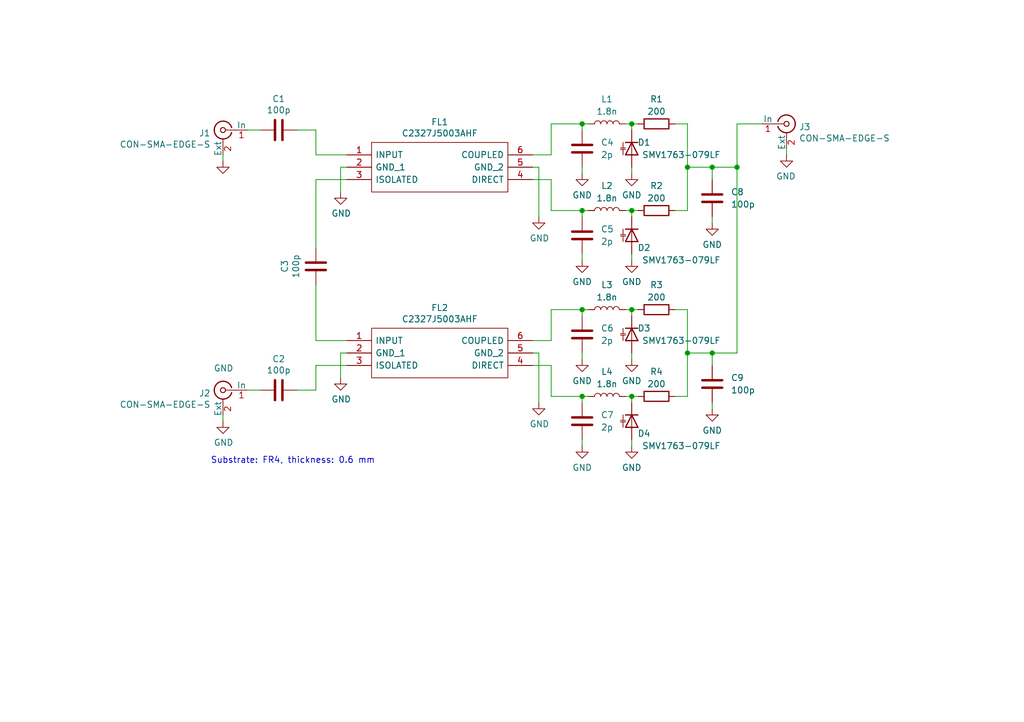
<source format=kicad_sch>
(kicad_sch (version 20211123) (generator eeschema)
  (paper "User" 210.007 148.006)
  (title_block (title "Analog RF phase shifter 2,4-2,5GHz") (date "2021-05-03") (rev "1.0.0") (company "Marcin Wachowiak, Poland"))
  (lib_symbols
    (symbol "CON-SMA-EDGE-S_1" (pin_names (offset 0))
      (property "Reference" "J" (at 2.54 -1.27 0))
      (property "Value" "CON-SMA-EDGE-S_1" (at 2.54 1.27 0))
      (symbol "CON-SMA-EDGE-S_1_1_1"
        (arc (start -1.778 -0.508) (mid 0.2311 -1.8066) (end 1.778 0) (stroke (width 0.254)))
        (polyline (pts (xy -2.54 0) (xy -0.508 0)))
        (polyline (pts (xy 0 -2.54) (xy 0 -1.778)))
        (circle (center 0 0) (radius 0.508) (stroke (width 0.2032)))
        (arc (start 1.778 0) (mid 0.2099 1.8101) (end -1.778 0.508) (stroke (width 0.254)))
        (pin passive line (at -5.08 0 0) (length 2.54) (name "In") (number "1"))
        (pin passive line (at 0 -5.08 90) (length 2.54) (name "Ext") (number "2"))
      )
    )
    (symbol "CON-SMA-EDGE-S_2" (pin_names (offset 0))
      (property "Reference" "J" (at 2.54 -1.27 0))
      (property "Value" "CON-SMA-EDGE-S_2" (at 2.54 1.27 0))
      (symbol "CON-SMA-EDGE-S_2_1_1"
        (arc (start -1.778 -0.508) (mid 0.2311 -1.8066) (end 1.778 0) (stroke (width 0.254)))
        (polyline (pts (xy -2.54 0) (xy -0.508 0)))
        (polyline (pts (xy 0 -2.54) (xy 0 -1.778)))
        (circle (center 0 0) (radius 0.508) (stroke (width 0.2032)))
        (arc (start 1.778 0) (mid 0.2099 1.8101) (end -1.778 0.508) (stroke (width 0.254)))
        (pin passive line (at -5.08 0 0) (length 2.54) (name "In") (number "1"))
        (pin passive line (at 0 -5.08 90) (length 2.54) (name "Ext") (number "2"))
      )
    )
    (symbol "Device:C" (pin_numbers hide) (pin_names (offset 0.254))
      (property "Reference" "C" (at 0.635 2.54 0))
      (property "Value" "C" (at 0.635 -2.54 0))
      (symbol "C_0_1"
        (polyline (pts (xy -2.032 -0.762) (xy 2.032 -0.762)) (stroke (width 0.508)))
        (polyline (pts (xy -2.032 0.762) (xy 2.032 0.762)) (stroke (width 0.508)))
      )
      (symbol "C_1_1"
        (pin passive line (at 0 3.81 270) (length 2.794) (name "~") (number "1"))
        (pin passive line (at 0 -3.81 90) (length 2.794) (name "~") (number "2"))
      )
    )
    (symbol "Device:D_Capacitance" (pin_numbers hide) (pin_names (offset 1.016) hide)
      (property "Reference" "D" (at 0 2.54 0))
      (property "Value" "D_Capacitance" (at 0 -3.302 0))
      (symbol "D_Capacitance_0_1"
        (polyline (pts (xy -1.27 -1.778) (xy -0.1524 -1.778)))
        (polyline (pts (xy -1.27 0) (xy 1.27 0)))
        (polyline (pts (xy -1.27 1.27) (xy -1.27 -1.27)) (stroke (width 0.254)))
        (polyline (pts (xy -0.1524 -1.27) (xy -0.1524 -2.286)))
        (polyline (pts (xy 0.1524 -1.778) (xy 1.27 -1.778)))
        (polyline (pts (xy 0.1524 -1.27) (xy 0.1524 -2.286)))
        (polyline (pts (xy 1.27 1.27) (xy 1.27 -1.27) (xy -1.27 0) (xy 1.27 1.27)) (stroke (width 0.254)))
      )
      (symbol "D_Capacitance_1_1"
        (pin passive line (at -3.81 0 0) (length 2.54) (name "K") (number "1"))
        (pin passive line (at 3.81 0 180) (length 2.54) (name "A") (number "2"))
      )
    )
    (symbol "Device:L" (pin_numbers hide) (pin_names (offset 1.016) hide)
      (property "Reference" "L" (at -1.27 0 90))
      (property "Value" "L" (at 1.905 0 90))
      (symbol "L_0_1"
        (arc (start 0 -2.54) (mid 0.635 -1.905) (end 0 -1.27))
        (arc (start 0 -1.27) (mid 0.635 -0.635) (end 0 0))
        (arc (start 0 0) (mid 0.635 0.635) (end 0 1.27))
        (arc (start 0 1.27) (mid 0.635 1.905) (end 0 2.54))
      )
      (symbol "L_1_1"
        (pin passive line (at 0 3.81 270) (length 1.27) (name "1") (number "1"))
        (pin passive line (at 0 -3.81 90) (length 1.27) (name "2") (number "2"))
      )
    )
    (symbol "Device:R" (pin_numbers hide) (pin_names (offset 0))
      (property "Reference" "R" (at 2.032 0 90))
      (property "Value" "R" (at 0 0 90))
      (symbol "R_0_1"
        (rectangle (start -1.016 -2.54) (end 1.016 2.54) (stroke (width 0.254)))
      )
      (symbol "R_1_1"
        (pin passive line (at 0 3.81 270) (length 1.27) (name "~") (number "1"))
        (pin passive line (at 0 -3.81 90) (length 1.27) (name "~") (number "2"))
      )
    )
    (symbol "analog_rf_phase_shifter_module:C2327J5003AHF" (pin_names (offset 0.762))
      (property "Reference" "FL" (at 34.29 7.62 0))
      (property "Value" "C2327J5003AHF" (at 34.29 5.08 0))
      (symbol "C2327J5003AHF_0_0"
        (pin passive line (at 0 0 0) (length 5.08) (name "INPUT") (number "1"))
        (pin passive line (at 0 -2.54 0) (length 5.08) (name "GND_1") (number "2"))
        (pin passive line (at 0 -5.08 0) (length 5.08) (name "ISOLATED") (number "3"))
        (pin passive line (at 38.1 -5.08 180) (length 5.08) (name "DIRECT") (number "4"))
        (pin passive line (at 38.1 -2.54 180) (length 5.08) (name "GND_2") (number "5"))
        (pin passive line (at 38.1 0 180) (length 5.08) (name "COUPLED") (number "6"))
      )
      (symbol "C2327J5003AHF_0_1"
        (polyline (pts (xy 5.08 2.54) (xy 33.02 2.54) (xy 33.02 -7.62) (xy 5.08 -7.62) (xy 5.08 2.54)) (stroke (width 0.1524)))
      )
    )
    (symbol "analog_rf_phase_shifter_module:CON-SMA-EDGE-S" (pin_names (offset 0))
      (property "Reference" "J" (at 2.54 -1.27 0))
      (property "Value" "CON-SMA-EDGE-S" (at 2.54 1.27 0))
      (symbol "CON-SMA-EDGE-S_1_1"
        (arc (start -1.778 -0.508) (mid 0.2311 -1.8066) (end 1.778 0) (stroke (width 0.254)))
        (polyline (pts (xy -2.54 0) (xy -0.508 0)))
        (polyline (pts (xy 0 -2.54) (xy 0 -1.778)))
        (circle (center 0 0) (radius 0.508) (stroke (width 0.2032)))
        (arc (start 1.778 0) (mid 0.2099 1.8101) (end -1.778 0.508) (stroke (width 0.254)))
        (pin passive line (at -5.08 0 0) (length 2.54) (name "In") (number "1"))
        (pin passive line (at 0 -5.08 90) (length 2.54) (name "Ext") (number "2"))
      )
    )
    (symbol "power:GND" (power) (pin_names (offset 0))
      (property "Value" "GND" (at 0 -3.81 0))
      (symbol "GND_0_1"
        (polyline (pts (xy 0 0) (xy 0 -1.27) (xy 1.27 -1.27) (xy 0 -2.54) (xy -1.27 -1.27) (xy 0 -1.27)))
      )
      (symbol "GND_1_1"
        (pin power_in line (at 0 0 270) (length 0) hide (name "GND") (number "1"))
      )
    )
  )
  (junction (at 119.38 81.28))
  (junction (at 129.54 81.28))
  (junction (at 129.54 63.5))
  (junction (at 119.38 25.4))
  (junction (at 151.13 34.29))
  (junction (at 129.54 25.4))
  (junction (at 140.97 72.39))
  (junction (at 146.05 34.29))
  (junction (at 129.54 43.18))
  (junction (at 119.38 63.5))
  (junction (at 140.97 34.29))
  (junction (at 119.38 43.18))
  (junction (at 146.05 72.39))
  (wire (pts (xy 113.03 63.5) (xy 119.38 63.5)))
  (wire (pts (xy 129.54 90.17) (xy 129.54 91.44)))
  (wire (pts (xy 119.38 63.5) (xy 120.65 63.5)))
  (wire (pts (xy 113.03 74.93) (xy 113.03 81.28)))
  (wire (pts (xy 69.85 72.39) (xy 69.85 77.47)))
  (wire (pts (xy 129.54 81.28) (xy 130.81 81.28)))
  (wire (pts (xy 128.27 63.5) (xy 129.54 63.5)))
  (wire (pts (xy 128.27 43.18) (xy 129.54 43.18)))
  (wire (pts (xy 129.54 63.5) (xy 129.54 64.77)))
  (wire (pts (xy 64.77 36.83) (xy 71.12 36.83)))
  (wire (pts (xy 129.54 63.5) (xy 130.81 63.5)))
  (wire (pts (xy 151.13 25.4) (xy 151.13 34.29)))
  (wire (pts (xy 140.97 72.39) (xy 140.97 81.28)))
  (wire (pts (xy 113.03 63.5) (xy 113.03 69.85)))
  (wire (pts (xy 129.54 25.4) (xy 129.54 26.67)))
  (wire (pts (xy 129.54 72.39) (xy 129.54 73.66)))
  (wire (pts (xy 129.54 43.18) (xy 130.81 43.18)))
  (wire (pts (xy 128.27 25.4) (xy 129.54 25.4)))
  (wire (pts (xy 119.38 34.29) (xy 119.38 35.56)))
  (wire (pts (xy 64.77 58.42) (xy 64.77 69.85)))
  (wire (pts (xy 119.38 81.28) (xy 120.65 81.28)))
  (wire (pts (xy 109.22 31.75) (xy 113.03 31.75)))
  (wire (pts (xy 119.38 63.5) (xy 119.38 64.77)))
  (wire (pts (xy 146.05 44.45) (xy 146.05 45.72)))
  (wire (pts (xy 129.54 43.18) (xy 129.54 44.45)))
  (wire (pts (xy 45.72 85.09) (xy 45.72 86.36)))
  (wire (pts (xy 151.13 25.4) (xy 156.21 25.4)))
  (wire (pts (xy 129.54 34.29) (xy 129.54 35.56)))
  (wire (pts (xy 71.12 72.39) (xy 69.85 72.39)))
  (wire (pts (xy 71.12 34.29) (xy 69.85 34.29)))
  (wire (pts (xy 129.54 81.28) (xy 129.54 82.55)))
  (wire (pts (xy 138.43 63.5) (xy 140.97 63.5)))
  (wire (pts (xy 146.05 34.29) (xy 140.97 34.29)))
  (wire (pts (xy 64.77 26.67) (xy 64.77 31.75)))
  (wire (pts (xy 113.03 25.4) (xy 119.38 25.4)))
  (wire (pts (xy 113.03 25.4) (xy 113.03 31.75)))
  (wire (pts (xy 140.97 63.5) (xy 140.97 72.39)))
  (wire (pts (xy 109.22 72.39) (xy 110.49 72.39)))
  (wire (pts (xy 64.77 74.93) (xy 64.77 80.01)))
  (wire (pts (xy 45.72 31.75) (xy 45.72 33.02)))
  (wire (pts (xy 146.05 72.39) (xy 140.97 72.39)))
  (wire (pts (xy 119.38 72.39) (xy 119.38 73.66)))
  (wire (pts (xy 110.49 72.39) (xy 110.49 82.55)))
  (wire (pts (xy 113.03 43.18) (xy 119.38 43.18)))
  (wire (pts (xy 119.38 90.17) (xy 119.38 91.44)))
  (wire (pts (xy 129.54 25.4) (xy 130.81 25.4)))
  (wire (pts (xy 119.38 81.28) (xy 119.38 82.55)))
  (wire (pts (xy 146.05 36.83) (xy 146.05 34.29)))
  (wire (pts (xy 151.13 34.29) (xy 146.05 34.29)))
  (wire (pts (xy 60.96 80.01) (xy 64.77 80.01)))
  (wire (pts (xy 113.03 81.28) (xy 119.38 81.28)))
  (wire (pts (xy 69.85 34.29) (xy 69.85 39.37)))
  (wire (pts (xy 60.96 26.67) (xy 64.77 26.67)))
  (wire (pts (xy 151.13 34.29) (xy 151.13 72.39)))
  (wire (pts (xy 119.38 43.18) (xy 120.65 43.18)))
  (wire (pts (xy 129.54 52.07) (xy 129.54 53.34)))
  (wire (pts (xy 138.43 81.28) (xy 140.97 81.28)))
  (wire (pts (xy 119.38 25.4) (xy 119.38 26.67)))
  (wire (pts (xy 140.97 25.4) (xy 140.97 34.29)))
  (wire (pts (xy 50.8 80.01) (xy 53.34 80.01)))
  (wire (pts (xy 140.97 34.29) (xy 140.97 43.18)))
  (wire (pts (xy 119.38 43.18) (xy 119.38 44.45)))
  (wire (pts (xy 138.43 43.18) (xy 140.97 43.18)))
  (wire (pts (xy 151.13 72.39) (xy 146.05 72.39)))
  (wire (pts (xy 119.38 25.4) (xy 120.65 25.4)))
  (wire (pts (xy 64.77 74.93) (xy 71.12 74.93)))
  (wire (pts (xy 64.77 69.85) (xy 71.12 69.85)))
  (wire (pts (xy 119.38 52.07) (xy 119.38 53.34)))
  (wire (pts (xy 161.29 30.48) (xy 161.29 31.75)))
  (wire (pts (xy 110.49 34.29) (xy 110.49 44.45)))
  (wire (pts (xy 128.27 81.28) (xy 129.54 81.28)))
  (wire (pts (xy 109.22 34.29) (xy 110.49 34.29)))
  (wire (pts (xy 64.77 36.83) (xy 64.77 50.8)))
  (wire (pts (xy 109.22 74.93) (xy 113.03 74.93)))
  (wire (pts (xy 64.77 31.75) (xy 71.12 31.75)))
  (wire (pts (xy 146.05 74.93) (xy 146.05 72.39)))
  (wire (pts (xy 146.05 82.55) (xy 146.05 83.82)))
  (wire (pts (xy 109.22 36.83) (xy 113.03 36.83)))
  (wire (pts (xy 113.03 36.83) (xy 113.03 43.18)))
  (wire (pts (xy 50.8 26.67) (xy 53.34 26.67)))
  (wire (pts (xy 109.22 69.85) (xy 113.03 69.85)))
  (wire (pts (xy 138.43 25.4) (xy 140.97 25.4)))
  (text "Substrate: FR4, thickness: 0.6 mm" (at 43.18 95.25 0) (effects (font (size 1.27 1.27)) (justify left bottom)))
  (symbol (lib_id "Device:D_Capacitance") (at 129.54 48.26 270) (unit 1)
    (property "Reference" "D2" (at 132.08 50.8 90))
    (property "Value" "SMV1763-079LF " (at 139.7 53.34 90))
    (property "Footprint" "Diode_SMD:D_SOD-523" (effects hide))
  )
  (symbol (lib_id "Device:C") (at 57.15 26.67 270) (unit 1)
    (property "Reference" "C1" (at 57.15 20.2692 90))
    (property "Value" "100p" (at 57.15 22.5806 90))
    (property "Footprint" "Capacitor_SMD:C_0603_1608Metric" (effects hide))
  )
  (symbol (lib_id "Device:C") (at 57.15 80.01 90) (unit 1)
    (property "Reference" "C2" (at 57.15 73.6092 90))
    (property "Value" "100p" (at 57.15 75.9206 90))
    (property "Footprint" "Capacitor_SMD:C_0603_1608Metric" (effects hide))
  )
  (symbol (lib_id "power:GND") (at 69.85 39.37 0) (unit 1)
    (property "Reference" "#PWR03" (effects hide))
    (property "Value" "GND" (at 69.977 43.7642 0))
  )
  (symbol (lib_id "power:GND") (at 45.72 86.36 0) (unit 1)
    (property "Reference" "#PWR02" (effects hide))
    (property "Value" "GND" (at 45.847 90.7542 0))
  )
  (symbol (lib_id "power:GND") (at 45.72 33.02 0) (unit 1)
    (property "Reference" "#PWR01" (effects hide))
    (property "Value" "GND" (at 45.847 75.5142 0))
  )
  (symbol (lib_id "power:GND") (at 110.49 44.45 0) (unit 1)
    (property "Reference" "#PWR05" (effects hide))
    (property "Value" "GND" (at 110.617 48.8442 0))
  )
  (symbol (lib_id "power:GND") (at 161.29 31.75 0) (mirror y) (unit 1)
    (property "Reference" "#PWR017" (effects hide))
    (property "Value" "GND" (at 161.163 36.1442 0))
  )
  (symbol (lib_id "power:GND") (at 129.54 53.34 0) (unit 1)
    (property "Reference" "#PWR012" (effects hide))
    (property "Value" "GND" (at 129.54 57.785 0))
  )
  (symbol (lib_id "analog_rf_phase_shifter_module:C2327J5003AHF") (at 71.12 31.75 0) (unit 1)
    (property "Reference" "FL1" (at 90.17 25.019 0))
    (property "Value" "C2327J5003AHF" (at 90.17 27.3304 0))
    (property "Footprint" "analog_rf_phase_shifter_module:C2327J5003AHF" (effects hide))
    (property "Datasheet" "https://componentsearchengine.com/Datasheets/1/C2327J5003AHF.pdf" (effects hide))
    (property "Description" "Signal Conditioning 2.3-2.7GHz IL=.4dB 3dB 90 Deg." (effects hide))
    (property "Height" "0.73" (effects hide))
    (property "Manufacturer_Name" "ANAREN" (effects hide))
    (property "Manufacturer_Part_Number" "C2327J5003AHF" (effects hide))
  )
  (symbol (lib_name "CON-SMA-EDGE-S_1") (lib_id "analog_rf_phase_shifter_module:CON-SMA-EDGE-S") (at 161.29 25.4 0) (unit 1)
    (property "Reference" "J3" (at 163.83 26.035 0) (effects (justify left)))
    (property "Value" "CON-SMA-EDGE-S" (at 163.83 28.3464 0) (effects (justify left)))
    (property "Footprint" "analog_rf_phase_shifter_module:CON-SMA-EDGE-S" (effects hide))
    (property "Datasheet" "https://www.rfsolutions.co.uk/downloads/1498648656DS-CON-EDGE-SMA-4.pdf" (effects hide))
    (property "automotive" "No" (effects hide))
    (property "category" "Conn" (effects hide))
    (property "contact material" "Gold" (effects hide))
    (property "device class L1" "Connectors" (effects hide))
    (property "device class L2" "RF / Coaxial Connectors" (effects hide))
    (property "device class L3" "unset" (effects hide))
    (property "digikey description" "CONN SMA JACK STR EDGE MNT" (effects hide))
    (property "digikey part number" "CON-SMA-EDGE-S-ND" (effects hide))
    (property "footprint url" "https://forum.upverter.com/uploads/default/original/3X/b/e/be75b907af57498775929d6d9099689c472e0307.pdf" (effects hide))
    (property "frequency" "18GHz" (effects hide))
    (property "height" "6.35mm" (effects hide))
    (property "impedance" "50Ω" (effects hide))
    (property "is connector" "yes" (effects hide))
    (property "is female" "yes" (effects hide))
    (property "lead free" "Yes" (effects hide))
    (property "library id" "311856913ef645a6" (effects hide))
    (property "manufacturer" "RF Solutions Ltd." (effects hide))
    (property "number of contacts" "1" (effects hide))
    (property "package" "CONN_JACK" (effects hide))
    (property "rohs" "Yes" (effects hide))
    (property "shielding" "true" (effects hide))
  )
  (symbol (lib_name "CON-SMA-EDGE-S_2") (lib_id "analog_rf_phase_shifter_module:CON-SMA-EDGE-S") (at 45.72 26.67 0) (mirror y) (unit 1)
    (property "Reference" "J1" (at 43.18 27.305 0) (effects (justify left)))
    (property "Value" "CON-SMA-EDGE-S" (at 43.18 29.6164 0) (effects (justify left)))
    (property "Footprint" "analog_rf_phase_shifter_module:CON-SMA-EDGE-S" (effects hide))
    (property "Datasheet" "https://www.rfsolutions.co.uk/downloads/1498648656DS-CON-EDGE-SMA-4.pdf" (effects hide))
    (property "automotive" "No" (effects hide))
    (property "category" "Conn" (effects hide))
    (property "contact material" "Gold" (effects hide))
    (property "device class L1" "Connectors" (effects hide))
    (property "device class L2" "RF / Coaxial Connectors" (effects hide))
    (property "device class L3" "unset" (effects hide))
    (property "digikey description" "CONN SMA JACK STR EDGE MNT" (effects hide))
    (property "digikey part number" "CON-SMA-EDGE-S-ND" (effects hide))
    (property "footprint url" "https://forum.upverter.com/uploads/default/original/3X/b/e/be75b907af57498775929d6d9099689c472e0307.pdf" (effects hide))
    (property "frequency" "18GHz" (effects hide))
    (property "height" "6.35mm" (effects hide))
    (property "impedance" "50Ω" (effects hide))
    (property "is connector" "yes" (effects hide))
    (property "is female" "yes" (effects hide))
    (property "lead free" "Yes" (effects hide))
    (property "library id" "311856913ef645a6" (effects hide))
    (property "manufacturer" "RF Solutions Ltd." (effects hide))
    (property "number of contacts" "1" (effects hide))
    (property "package" "CONN_JACK" (effects hide))
    (property "rohs" "Yes" (effects hide))
    (property "shielding" "true" (effects hide))
  )
  (symbol (lib_id "analog_rf_phase_shifter_module:CON-SMA-EDGE-S") (at 45.72 80.01 0) (mirror y) (unit 1)
    (property "Reference" "J2" (at 43.18 80.645 0) (effects (justify left)))
    (property "Value" "CON-SMA-EDGE-S" (at 43.18 82.9564 0) (effects (justify left)))
    (property "Footprint" "analog_rf_phase_shifter_module:CON-SMA-EDGE-S" (effects hide))
    (property "Datasheet" "https://www.rfsolutions.co.uk/downloads/1498648656DS-CON-EDGE-SMA-4.pdf" (effects hide))
    (property "automotive" "No" (effects hide))
    (property "category" "Conn" (effects hide))
    (property "contact material" "Gold" (effects hide))
    (property "device class L1" "Connectors" (effects hide))
    (property "device class L2" "RF / Coaxial Connectors" (effects hide))
    (property "device class L3" "unset" (effects hide))
    (property "digikey description" "CONN SMA JACK STR EDGE MNT" (effects hide))
    (property "digikey part number" "CON-SMA-EDGE-S-ND" (effects hide))
    (property "footprint url" "https://forum.upverter.com/uploads/default/original/3X/b/e/be75b907af57498775929d6d9099689c472e0307.pdf" (effects hide))
    (property "frequency" "18GHz" (effects hide))
    (property "height" "6.35mm" (effects hide))
    (property "impedance" "50Ω" (effects hide))
    (property "is connector" "yes" (effects hide))
    (property "is female" "yes" (effects hide))
    (property "lead free" "Yes" (effects hide))
    (property "library id" "311856913ef645a6" (effects hide))
    (property "manufacturer" "RF Solutions Ltd." (effects hide))
    (property "number of contacts" "1" (effects hide))
    (property "package" "CONN_JACK" (effects hide))
    (property "rohs" "Yes" (effects hide))
    (property "shielding" "true" (effects hide))
  )
  (symbol (lib_id "power:GND") (at 146.05 45.72 0) (unit 1)
    (property "Reference" "#PWR015" (effects hide))
    (property "Value" "GND" (at 146.05 50.165 0))
  )
  (symbol (lib_id "power:GND") (at 119.38 91.44 0) (unit 1)
    (property "Reference" "#PWR010" (effects hide))
    (property "Value" "GND" (at 119.38 95.885 0))
  )
  (symbol (lib_id "power:GND") (at 129.54 91.44 0) (unit 1)
    (property "Reference" "#PWR014" (effects hide))
    (property "Value" "GND" (at 129.54 95.885 0))
  )
  (symbol (lib_id "Device:C") (at 119.38 68.58 0) (unit 1)
    (property "Reference" "C6" (at 123.19 67.3099 0) (effects (justify left)))
    (property "Value" "2p" (at 123.19 69.8499 0) (effects (justify left)))
    (property "Footprint" "Capacitor_SMD:C_0603_1608Metric" (effects hide))
  )
  (symbol (lib_id "power:GND") (at 110.49 82.55 0) (unit 1)
    (property "Reference" "#PWR06" (effects hide))
    (property "Value" "GND" (at 110.617 86.9442 0))
  )
  (symbol (lib_id "analog_rf_phase_shifter_module:C2327J5003AHF") (at 71.12 69.85 0) (unit 1)
    (property "Reference" "FL2" (at 90.17 63.119 0))
    (property "Value" "C2327J5003AHF" (at 90.17 65.4304 0))
    (property "Footprint" "analog_rf_phase_shifter_module:C2327J5003AHF" (effects hide))
    (property "Datasheet" "https://componentsearchengine.com/Datasheets/1/C2327J5003AHF.pdf" (effects hide))
    (property "Description" "Signal Conditioning 2.3-2.7GHz IL=.4dB 3dB 90 Deg." (effects hide))
    (property "Height" "0.73" (effects hide))
    (property "Manufacturer_Name" "ANAREN" (effects hide))
    (property "Manufacturer_Part_Number" "C2327J5003AHF" (effects hide))
  )
  (symbol (lib_id "Device:L") (at 124.46 81.28 90) (unit 1)
    (property "Reference" "L4" (at 124.46 76.2 90))
    (property "Value" "1.8n" (at 124.46 78.74 90))
    (property "Footprint" "Inductor_SMD:L_0603_1608Metric" (effects hide))
  )
  (symbol (lib_id "Device:C") (at 119.38 48.26 0) (unit 1)
    (property "Reference" "C5" (at 123.19 46.9899 0) (effects (justify left)))
    (property "Value" "2p" (at 123.19 49.5299 0) (effects (justify left)))
    (property "Footprint" "Capacitor_SMD:C_0603_1608Metric" (effects hide))
  )
  (symbol (lib_id "Device:D_Capacitance") (at 129.54 68.58 270) (unit 1)
    (property "Reference" "D3" (at 132.08 67.31 90))
    (property "Value" "SMV1763-079LF " (at 139.7 69.85 90))
    (property "Footprint" "Diode_SMD:D_SOD-523" (effects hide))
  )
  (symbol (lib_id "Device:R") (at 134.62 81.28 90) (unit 1)
    (property "Reference" "R4" (at 134.62 76.2 90))
    (property "Value" "200" (at 134.62 78.74 90))
    (property "Footprint" "Resistor_SMD:R_0603_1608Metric" (effects hide))
  )
  (symbol (lib_id "power:GND") (at 119.38 35.56 0) (unit 1)
    (property "Reference" "#PWR07" (effects hide))
    (property "Value" "GND" (at 119.38 40.005 0))
  )
  (symbol (lib_id "Device:C") (at 119.38 86.36 0) (unit 1)
    (property "Reference" "C7" (at 123.19 85.0899 0) (effects (justify left)))
    (property "Value" "2p" (at 123.19 87.6299 0) (effects (justify left)))
    (property "Footprint" "Capacitor_SMD:C_0603_1608Metric" (effects hide))
  )
  (symbol (lib_id "Device:L") (at 124.46 25.4 90) (unit 1)
    (property "Reference" "L1" (at 124.46 20.32 90))
    (property "Value" "1.8n" (at 124.46 22.86 90))
    (property "Footprint" "Inductor_SMD:L_0603_1608Metric" (effects hide))
  )
  (symbol (lib_id "Device:C") (at 119.38 30.48 0) (unit 1)
    (property "Reference" "C4" (at 123.19 29.2099 0) (effects (justify left)))
    (property "Value" "2p" (at 123.19 31.7499 0) (effects (justify left)))
    (property "Footprint" "Capacitor_SMD:C_0603_1608Metric" (effects hide))
  )
  (symbol (lib_id "power:GND") (at 146.05 83.82 0) (unit 1)
    (property "Reference" "#PWR016" (effects hide))
    (property "Value" "GND" (at 146.05 88.265 0))
  )
  (symbol (lib_id "Device:L") (at 124.46 43.18 90) (unit 1)
    (property "Reference" "L2" (at 124.46 38.1 90))
    (property "Value" "1.8n" (at 124.46 40.64 90))
    (property "Footprint" "Inductor_SMD:L_0603_1608Metric" (effects hide))
  )
  (symbol (lib_id "power:GND") (at 129.54 73.66 0) (unit 1)
    (property "Reference" "#PWR013" (effects hide))
    (property "Value" "GND" (at 129.54 78.105 0))
  )
  (symbol (lib_id "Device:R") (at 134.62 43.18 90) (unit 1)
    (property "Reference" "R2" (at 134.62 38.1 90))
    (property "Value" "200" (at 134.62 40.64 90))
    (property "Footprint" "Resistor_SMD:R_0603_1608Metric" (effects hide))
  )
  (symbol (lib_id "Device:D_Capacitance") (at 129.54 30.48 270) (unit 1)
    (property "Reference" "D1" (at 132.08 29.21 90))
    (property "Value" "SMV1763-079LF " (at 139.7 31.75 90))
    (property "Footprint" "Diode_SMD:D_SOD-523" (effects hide))
  )
  (symbol (lib_id "Device:C") (at 64.77 54.61 180) (unit 1)
    (property "Reference" "C3" (at 58.3692 54.61 90))
    (property "Value" "100p" (at 60.6806 54.61 90))
    (property "Footprint" "Capacitor_SMD:C_0603_1608Metric" (effects hide))
  )
  (symbol (lib_id "power:GND") (at 129.54 35.56 0) (unit 1)
    (property "Reference" "#PWR011" (effects hide))
    (property "Value" "GND" (at 129.54 40.005 0))
  )
  (symbol (lib_id "power:GND") (at 119.38 53.34 0) (unit 1)
    (property "Reference" "#PWR08" (effects hide))
    (property "Value" "GND" (at 119.38 57.785 0))
  )
  (symbol (lib_id "Device:R") (at 134.62 63.5 90) (unit 1)
    (property "Reference" "R3" (at 134.62 58.42 90))
    (property "Value" "200" (at 134.62 60.96 90))
    (property "Footprint" "Resistor_SMD:R_0603_1608Metric" (effects hide))
  )
  (symbol (lib_id "Device:L") (at 124.46 63.5 90) (unit 1)
    (property "Reference" "L3" (at 124.46 58.42 90))
    (property "Value" "1.8n" (at 124.46 60.96 90))
    (property "Footprint" "Inductor_SMD:L_0603_1608Metric" (effects hide))
  )
  (symbol (lib_id "power:GND") (at 69.85 77.47 0) (unit 1)
    (property "Reference" "#PWR04" (effects hide))
    (property "Value" "GND" (at 69.977 81.8642 0))
  )
  (symbol (lib_id "Device:R") (at 134.62 25.4 90) (unit 1)
    (property "Reference" "R1" (at 134.62 20.32 90))
    (property "Value" "200" (at 134.62 22.86 90))
    (property "Footprint" "Resistor_SMD:R_0603_1608Metric" (effects hide))
  )
  (symbol (lib_id "Device:D_Capacitance") (at 129.54 86.36 270) (unit 1)
    (property "Reference" "D4" (at 132.08 88.9 90))
    (property "Value" "SMV1763-079LF " (at 139.7 91.44 90))
    (property "Footprint" "Diode_SMD:D_SOD-523" (effects hide))
  )
  (symbol (lib_id "power:GND") (at 119.38 73.66 0) (unit 1)
    (property "Reference" "#PWR09" (effects hide))
    (property "Value" "GND" (at 119.38 78.105 0))
  )
  (symbol (lib_id "Device:C") (at 146.05 78.74 0) (unit 1)
    (property "Reference" "C9" (at 149.86 77.4699 0) (effects (justify left)))
    (property "Value" "100p" (at 149.86 80.0099 0) (effects (justify left)))
    (property "Footprint" "Capacitor_SMD:C_0603_1608Metric" (effects hide))
  )
  (symbol (lib_id "Device:C") (at 146.05 40.64 0) (unit 1)
    (property "Reference" "C8" (at 149.86 39.37 0) (effects (justify left)))
    (property "Value" "100p" (at 149.86 41.91 0) (effects (justify left)))
    (property "Footprint" "Capacitor_SMD:C_0603_1608Metric" (effects hide))
  )
)
</source>
